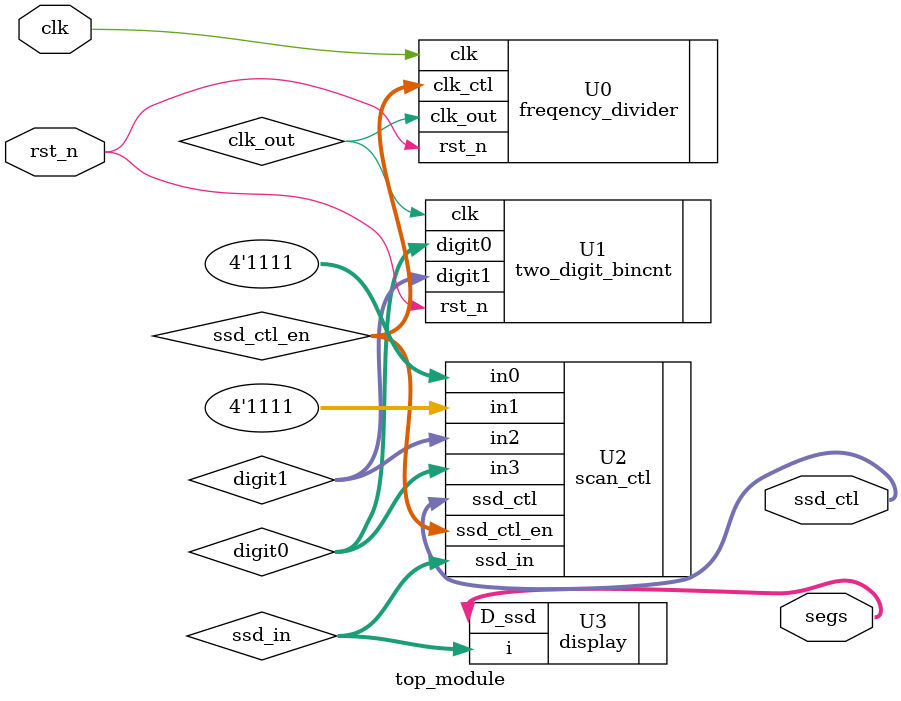
<source format=v>
`timescale 1ns / 1ps


module top_module(
    segs,   //7-segment display
    ssd_ctl,    //scan control
    clk,    //clock from oscillator
    rst_n   //active low reset
);
output [7:0] segs;
output [3:0] ssd_ctl;
input clk;
input rst_n;
wire clk_out;
wire [1:0] ssd_ctl_en;
wire [3:0] digit0, digit1;
wire [3:0] ssd_in;

//Frequency_divider
freqency_divider U0(
    .clk_out(clk_out),    //divided clock output
    .clk_ctl(ssd_ctl_en),    //divided clock output for scan frequency
    .clk(clk),        //global clock input
    .rst_n(rst_n)       //active low reset
);

//two_digit_binary_down_counter
two_digit_bincnt U1(
    .digit0(digit0), //digit in one
    .digit1(digit1), //digit in ten
    .clk(clk_out),    //global clock
    .rst_n(rst_n)   //negative edge reset
);

//Scan_control
scan_ctl U2(
    .ssd_ctl(ssd_ctl),    //ssd display control signal
    .ssd_in(ssd_in),     //output to ssd display
    .in0(4'b1111),        //1st input
    .in1(4'b1111),        //2nd input
    .in2(digit1),        //3rd input
    .in3(digit0),        //4th input
    .ssd_ctl_en(ssd_ctl_en)  //divided clock for scan control
);

//display
display U3(
    .D_ssd(segs),  //seven_segment output
    .i(ssd_in)       //input counter value
);
endmodule

</source>
